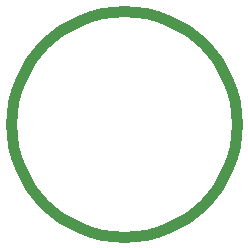
<source format=gbr>
%TF.GenerationSoftware,KiCad,Pcbnew,8.0.3*%
%TF.CreationDate,2024-07-10T15:32:22-07:00*%
%TF.ProjectId,,58585858-5858-4585-9858-585858585858,rev?*%
%TF.SameCoordinates,Original*%
%TF.FileFunction,Copper,L2,Bot*%
%TF.FilePolarity,Positive*%
%FSLAX46Y46*%
G04 Gerber Fmt 4.6, Leading zero omitted, Abs format (unit mm)*
G04 Created by KiCad (PCBNEW 8.0.3) date 2024-07-10 15:32:22*
%MOMM*%
%LPD*%
G01*
G04 APERTURE LIST*
%TA.AperFunction,Conductor*%
%ADD10C,0.900000*%
%TD*%
G04 APERTURE END LIST*
D10*
%TO.N,*%
X194504014Y-100936063D02*
X194550000Y-100000000D01*
X194366499Y-101863112D02*
X194504014Y-100936063D01*
X194138780Y-102772218D02*
X194366499Y-101863112D01*
X193823049Y-103654626D02*
X194138780Y-102772218D01*
X193422348Y-104501838D02*
X193823049Y-103654626D01*
X192940534Y-105305695D02*
X193422348Y-104501838D01*
X192382249Y-106058455D02*
X192940534Y-105305695D01*
X191752869Y-106752869D02*
X192382249Y-106058455D01*
X191058455Y-107382249D02*
X191752869Y-106752869D01*
X190305695Y-107940534D02*
X191058455Y-107382249D01*
X189501838Y-108422348D02*
X190305695Y-107940534D01*
X188654626Y-108823049D02*
X189501838Y-108422348D01*
X187772218Y-109138780D02*
X188654626Y-108823049D01*
X186863112Y-109366499D02*
X187772218Y-109138780D01*
X185936063Y-109504014D02*
X186863112Y-109366499D01*
X185000000Y-109550000D02*
X185936063Y-109504014D01*
X184063936Y-109504014D02*
X185000000Y-109550000D01*
X183136887Y-109366499D02*
X184063936Y-109504014D01*
X182227781Y-109138780D02*
X183136887Y-109366499D01*
X181345373Y-108823049D02*
X182227781Y-109138780D01*
X180498161Y-108422348D02*
X181345373Y-108823049D01*
X179694304Y-107940534D02*
X180498161Y-108422348D01*
X178941544Y-107382249D02*
X179694304Y-107940534D01*
X178247130Y-106752869D02*
X178941544Y-107382249D01*
X177617750Y-106058455D02*
X178247130Y-106752869D01*
X177059465Y-105305695D02*
X177617750Y-106058455D01*
X176577651Y-104501838D02*
X177059465Y-105305695D01*
X176176950Y-103654626D02*
X176577651Y-104501838D01*
X175861219Y-102772218D02*
X176176950Y-103654626D01*
X175633500Y-101863112D02*
X175861219Y-102772218D01*
X175495985Y-100936063D02*
X175633500Y-101863112D01*
X175450000Y-100000000D02*
X175495985Y-100936063D01*
X175495985Y-99063936D02*
X175450000Y-100000000D01*
X175633500Y-98136887D02*
X175495985Y-99063936D01*
X175861219Y-97227781D02*
X175633500Y-98136887D01*
X176176950Y-96345373D02*
X175861219Y-97227781D01*
X176577651Y-95498161D02*
X176176950Y-96345373D01*
X177059465Y-94694304D02*
X176577651Y-95498161D01*
X177617750Y-93941544D02*
X177059465Y-94694304D01*
X178247130Y-93247130D02*
X177617750Y-93941544D01*
X178941544Y-92617750D02*
X178247130Y-93247130D01*
X179694304Y-92059465D02*
X178941544Y-92617750D01*
X180498161Y-91577651D02*
X179694304Y-92059465D01*
X181345373Y-91176950D02*
X180498161Y-91577651D01*
X182227781Y-90861219D02*
X181345373Y-91176950D01*
X183136887Y-90633500D02*
X182227781Y-90861219D01*
X184063936Y-90495985D02*
X183136887Y-90633500D01*
X185000000Y-90450000D02*
X184063936Y-90495985D01*
X185936063Y-90495985D02*
X185000000Y-90450000D01*
X186863112Y-90633500D02*
X185936063Y-90495985D01*
X187772218Y-90861219D02*
X186863112Y-90633500D01*
X188654626Y-91176950D02*
X187772218Y-90861219D01*
X189501838Y-91577651D02*
X188654626Y-91176950D01*
X190305695Y-92059465D02*
X189501838Y-91577651D01*
X191058455Y-92617750D02*
X190305695Y-92059465D01*
X191752869Y-93247130D02*
X191058455Y-92617750D01*
X192382249Y-93941544D02*
X191752869Y-93247130D01*
X192940534Y-94694304D02*
X192382249Y-93941544D01*
X193422348Y-95498161D02*
X192940534Y-94694304D01*
X193823049Y-96345373D02*
X193422348Y-95498161D01*
X194138780Y-97227781D02*
X193823049Y-96345373D01*
X194366499Y-98136887D02*
X194138780Y-97227781D01*
X194504014Y-99063936D02*
X194366499Y-98136887D01*
X194550000Y-100000000D02*
X194504014Y-99063936D01*
%TD*%
M02*

</source>
